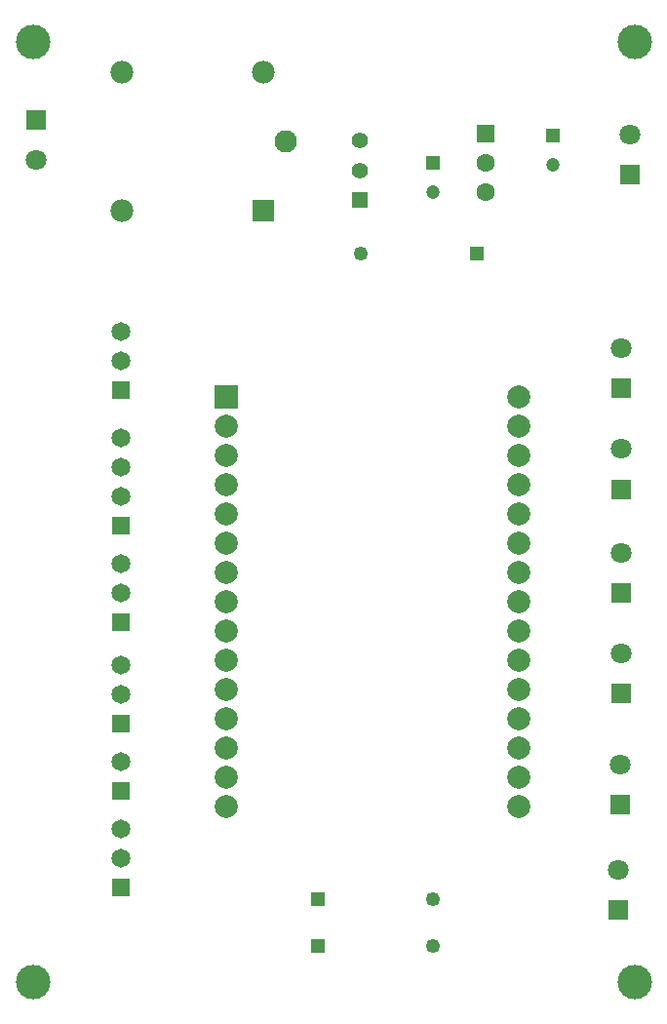
<source format=gbr>
%TF.GenerationSoftware,Altium Limited,Altium Designer,22.5.1 (42)*%
G04 Layer_Physical_Order=1*
G04 Layer_Color=255*
%FSLAX45Y45*%
%MOMM*%
%TF.SameCoordinates,0F5D3445-5268-4BF5-932C-448DE224A770*%
%TF.FilePolarity,Positive*%
%TF.FileFunction,Copper,L1,Top,Signal*%
%TF.Part,Single*%
G01*
G75*
%TA.AperFunction,WasherPad*%
%ADD10C,3.00000*%
%TA.AperFunction,ComponentPad*%
%ADD11C,1.80000*%
%ADD12R,1.80000X1.80000*%
%ADD13R,1.25000X1.25000*%
%ADD14C,1.25000*%
%ADD15R,1.98000X1.98000*%
%ADD16C,1.93500*%
%ADD17C,1.98000*%
%TA.AperFunction,ViaPad*%
%ADD18C,2.00000*%
%TA.AperFunction,ComponentPad*%
%ADD19C,2.00000*%
%ADD20R,1.20000X1.20000*%
%ADD21C,1.20000*%
%ADD22R,1.60000X1.60000*%
%ADD23C,1.60000*%
%ADD24R,1.65000X1.65000*%
%ADD25C,1.65000*%
%ADD26R,2.00000X2.00000*%
%ADD27C,1.40000*%
%ADD28R,1.40000X1.40000*%
D10*
X6172200Y3200400D02*
D03*
X11391900D02*
D03*
X6172200Y11366500D02*
D03*
X11391900D02*
D03*
D11*
X6194897Y10340599D02*
D03*
X11356501Y10563600D02*
D03*
X11252200Y4178300D02*
D03*
X11267603Y5089901D02*
D03*
X11277600Y7830302D02*
D03*
Y8709401D02*
D03*
Y6931401D02*
D03*
Y6057900D02*
D03*
D12*
X6194897Y10690601D02*
D03*
X11356501Y10213598D02*
D03*
X11252200Y3828298D02*
D03*
X11267603Y4739899D02*
D03*
X11277600Y7480300D02*
D03*
Y8359399D02*
D03*
Y6581399D02*
D03*
Y5707898D02*
D03*
D13*
X10020300Y9525000D02*
D03*
X8644001Y3517900D02*
D03*
Y3924300D02*
D03*
D14*
X9020300Y9525000D02*
D03*
X9643999Y3517900D02*
D03*
Y3924300D02*
D03*
D15*
X8166501Y9902901D02*
D03*
D16*
X8366501Y10502900D02*
D03*
D17*
X8166501Y11102899D02*
D03*
X6946499D02*
D03*
Y9902901D02*
D03*
D18*
X10388600Y5994400D02*
D03*
D19*
X10386202Y5742498D02*
D03*
X7846202Y8028498D02*
D03*
Y7774498D02*
D03*
Y7520498D02*
D03*
Y7266498D02*
D03*
Y7012498D02*
D03*
Y6758498D02*
D03*
Y6504498D02*
D03*
Y6250498D02*
D03*
Y5996498D02*
D03*
Y5742498D02*
D03*
Y5488498D02*
D03*
Y5234498D02*
D03*
Y4980498D02*
D03*
Y4726498D02*
D03*
X10386202Y8282498D02*
D03*
Y8028498D02*
D03*
Y7774498D02*
D03*
Y7520498D02*
D03*
Y7266498D02*
D03*
Y7012498D02*
D03*
Y6758498D02*
D03*
Y6504498D02*
D03*
Y6250498D02*
D03*
Y5488498D02*
D03*
Y5234498D02*
D03*
Y4980498D02*
D03*
Y4726498D02*
D03*
D20*
X10680700Y10553700D02*
D03*
X9639300Y10312400D02*
D03*
D21*
X10680700Y10299700D02*
D03*
X9639300Y10058400D02*
D03*
D22*
X10096500Y10566400D02*
D03*
D23*
Y10312400D02*
D03*
Y10058400D02*
D03*
D24*
X6931800Y4864100D02*
D03*
X6934200Y8343900D02*
D03*
X6931800Y4025900D02*
D03*
Y6324600D02*
D03*
Y5448300D02*
D03*
Y7162800D02*
D03*
D25*
Y5118100D02*
D03*
X6934200Y8851900D02*
D03*
Y8597900D02*
D03*
X6931800Y4533900D02*
D03*
Y4279900D02*
D03*
Y6832600D02*
D03*
Y6578600D02*
D03*
Y5956300D02*
D03*
Y5702300D02*
D03*
Y7924800D02*
D03*
Y7670800D02*
D03*
Y7416800D02*
D03*
D26*
X7846202Y8282498D02*
D03*
D27*
X9004300Y10248900D02*
D03*
Y10508899D02*
D03*
D28*
Y9988901D02*
D03*
%TF.MD5,fc2008769917b42e48725de62c379b77*%
M02*

</source>
